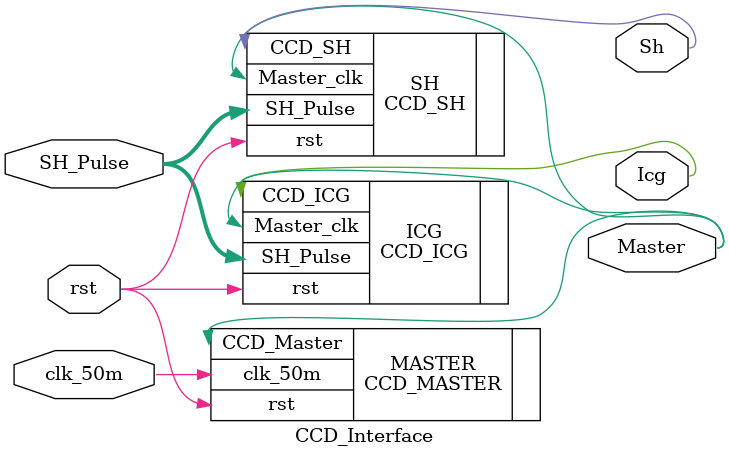
<source format=v>
`timescale 1ns / 1ps
module CCD_Interface(
    input clk_50m,
    input rst,
    input [15:0] SH_Pulse,
    output Master,
    output Icg,
    output Sh
    );

    CCD_MASTER MASTER(
        .clk_50m(clk_50m),
        .rst(rst),
        .CCD_Master(Master)
    );
    
    CCD_ICG ICG(
        .Master_clk(Master),
        .rst(rst),
        .SH_Pulse(SH_Pulse),
        .CCD_ICG(Icg)
    );

    CCD_SH SH(
        .Master_clk(Master),
        .rst(rst),
        .SH_Pulse(SH_Pulse),
        .CCD_SH(Sh)
    );


endmodule

</source>
